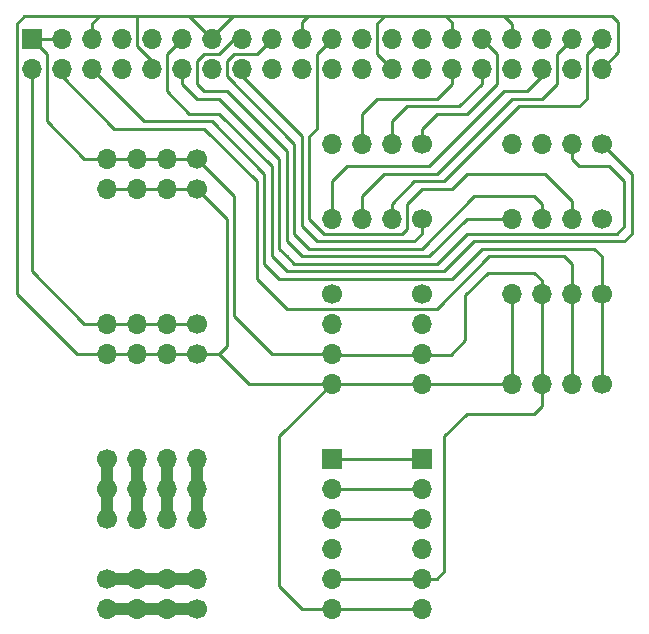
<source format=gbr>
G04 #@! TF.FileFunction,Copper,L2,Bot,Signal*
%FSLAX46Y46*%
G04 Gerber Fmt 4.6, Leading zero omitted, Abs format (unit mm)*
G04 Created by KiCad (PCBNEW 4.0.6-e0-6349~53~ubuntu14.04.1) date Fri Apr 21 18:11:11 2017*
%MOMM*%
%LPD*%
G01*
G04 APERTURE LIST*
%ADD10C,0.100000*%
%ADD11C,1.700000*%
%ADD12O,1.700000X1.700000*%
%ADD13R,1.700000X1.700000*%
%ADD14C,0.250000*%
%ADD15C,1.000000*%
G04 APERTURE END LIST*
D10*
D11*
X113411000Y-81178400D03*
D12*
X110871000Y-81178400D03*
X108331000Y-81178400D03*
X105791000Y-81178400D03*
D13*
X99441000Y-68478400D03*
D12*
X99441000Y-71018400D03*
X101981000Y-68478400D03*
X101981000Y-71018400D03*
X104521000Y-68478400D03*
X104521000Y-71018400D03*
X107061000Y-68478400D03*
X107061000Y-71018400D03*
X109601000Y-68478400D03*
X109601000Y-71018400D03*
X112141000Y-68478400D03*
X112141000Y-71018400D03*
X114681000Y-68478400D03*
X114681000Y-71018400D03*
X117221000Y-68478400D03*
X117221000Y-71018400D03*
X119761000Y-68478400D03*
X119761000Y-71018400D03*
X122301000Y-68478400D03*
X122301000Y-71018400D03*
X124841000Y-68478400D03*
X124841000Y-71018400D03*
X127381000Y-68478400D03*
X127381000Y-71018400D03*
X129921000Y-68478400D03*
X129921000Y-71018400D03*
X132461000Y-68478400D03*
X132461000Y-71018400D03*
X135001000Y-68478400D03*
X135001000Y-71018400D03*
X137541000Y-68478400D03*
X137541000Y-71018400D03*
X140081000Y-68478400D03*
X140081000Y-71018400D03*
X142621000Y-68478400D03*
X142621000Y-71018400D03*
X145161000Y-68478400D03*
X145161000Y-71018400D03*
X147701000Y-68478400D03*
X147701000Y-71018400D03*
D13*
X124841000Y-104038400D03*
D12*
X124841000Y-106578400D03*
X124841000Y-109118400D03*
X124841000Y-111658400D03*
X124841000Y-114198400D03*
X124841000Y-116738400D03*
D13*
X132461000Y-104038400D03*
D12*
X132461000Y-106578400D03*
X132461000Y-109118400D03*
X132461000Y-111658400D03*
X132461000Y-114198400D03*
X132461000Y-116738400D03*
D11*
X105791000Y-104038400D03*
D12*
X108331000Y-104038400D03*
X110871000Y-104038400D03*
X113411000Y-104038400D03*
D11*
X105791000Y-106578400D03*
D12*
X108331000Y-106578400D03*
X110871000Y-106578400D03*
X113411000Y-106578400D03*
D11*
X105791000Y-109118400D03*
D12*
X108331000Y-109118400D03*
X110871000Y-109118400D03*
X113411000Y-109118400D03*
D11*
X105791000Y-114198400D03*
D12*
X108331000Y-114198400D03*
X110871000Y-114198400D03*
X113411000Y-114198400D03*
D11*
X113411000Y-116738400D03*
D12*
X110871000Y-116738400D03*
X108331000Y-116738400D03*
X105791000Y-116738400D03*
D11*
X113411000Y-78638400D03*
D12*
X110871000Y-78638400D03*
X108331000Y-78638400D03*
X105791000Y-78638400D03*
D11*
X113411000Y-92608400D03*
D12*
X110871000Y-92608400D03*
X108331000Y-92608400D03*
X105791000Y-92608400D03*
D11*
X113411000Y-95148400D03*
D12*
X110871000Y-95148400D03*
X108331000Y-95148400D03*
X105791000Y-95148400D03*
D11*
X124841000Y-90068400D03*
D12*
X124841000Y-92608400D03*
X124841000Y-95148400D03*
X124841000Y-97688400D03*
D11*
X132461000Y-77368400D03*
D12*
X129921000Y-77368400D03*
X127381000Y-77368400D03*
X124841000Y-77368400D03*
D11*
X132461000Y-83718400D03*
D12*
X129921000Y-83718400D03*
X127381000Y-83718400D03*
X124841000Y-83718400D03*
D11*
X147701000Y-77368400D03*
D12*
X145161000Y-77368400D03*
X142621000Y-77368400D03*
X140081000Y-77368400D03*
D11*
X147701000Y-83718400D03*
D12*
X145161000Y-83718400D03*
X142621000Y-83718400D03*
X140081000Y-83718400D03*
D11*
X132461000Y-90068400D03*
D12*
X132461000Y-92608400D03*
X132461000Y-95148400D03*
X132461000Y-97688400D03*
D11*
X147701000Y-97688400D03*
D12*
X145161000Y-97688400D03*
X142621000Y-97688400D03*
X140081000Y-97688400D03*
D11*
X147701000Y-90068400D03*
D12*
X145161000Y-90068400D03*
X142621000Y-90068400D03*
X140081000Y-90068400D03*
D14*
X130556000Y-66573400D02*
X129286000Y-66573400D01*
X128651000Y-67208400D02*
X128651000Y-67843400D01*
X129286000Y-66573400D02*
X128651000Y-67208400D01*
X129921000Y-71018400D02*
X129921000Y-70993000D01*
X129921000Y-70993000D02*
X128651000Y-69723000D01*
X128651000Y-69723000D02*
X128651000Y-67843400D01*
X109601000Y-71018400D02*
X109601000Y-70383400D01*
X109601000Y-70383400D02*
X108331000Y-69113400D01*
X108331000Y-66573400D02*
X108966000Y-66573400D01*
X108331000Y-67208400D02*
X108331000Y-66573400D01*
X108331000Y-69113400D02*
X108331000Y-67208400D01*
X124841000Y-116738400D02*
X122301000Y-116738400D01*
X120396000Y-102133400D02*
X124841000Y-97688400D01*
X120396000Y-114833400D02*
X120396000Y-102133400D01*
X122301000Y-116738400D02*
X120396000Y-114833400D01*
X113411000Y-95148400D02*
X115316000Y-95148400D01*
X115316000Y-95148400D02*
X117856000Y-97688400D01*
X124841000Y-97688400D02*
X117856000Y-97688400D01*
X105791000Y-81178400D02*
X113411000Y-81178400D01*
X113411000Y-81178400D02*
X115951000Y-83718400D01*
X115951000Y-94513400D02*
X115316000Y-95148400D01*
X115951000Y-83718400D02*
X115951000Y-94513400D01*
X114681000Y-68478400D02*
X112776000Y-66573400D01*
X112776000Y-66573400D02*
X113411000Y-66573400D01*
X104521000Y-68478400D02*
X104521000Y-67208400D01*
X104521000Y-67208400D02*
X105156000Y-66573400D01*
X105791000Y-95148400D02*
X103251000Y-95148400D01*
X103251000Y-95148400D02*
X98171000Y-90068400D01*
X98171000Y-90068400D02*
X98171000Y-67208400D01*
X98171000Y-67208400D02*
X98806000Y-66573400D01*
X98806000Y-66573400D02*
X105156000Y-66573400D01*
X148336000Y-66573400D02*
X148336000Y-66548000D01*
X113411000Y-66573400D02*
X129921000Y-66573400D01*
X129921000Y-66573400D02*
X130556000Y-66573400D01*
X130556000Y-66573400D02*
X148336000Y-66573400D01*
X105156000Y-66573400D02*
X108966000Y-66573400D01*
X108966000Y-66573400D02*
X113411000Y-66573400D01*
X113411000Y-95148400D02*
X105791000Y-95148400D01*
X132461000Y-97688400D02*
X124841000Y-97688400D01*
X140081000Y-97688400D02*
X132461000Y-97688400D01*
X140081000Y-90068400D02*
X140081000Y-97688400D01*
X132461000Y-116738400D02*
X124841000Y-116738400D01*
X122301000Y-68478400D02*
X122301000Y-67056000D01*
X122301000Y-67056000D02*
X122809000Y-66548000D01*
X104521000Y-68478400D02*
X104521000Y-68326000D01*
X129921000Y-70993000D02*
X128651000Y-69723000D01*
X135001000Y-68478400D02*
X135001000Y-67056000D01*
X135001000Y-67056000D02*
X134620000Y-66675000D01*
X140081000Y-68478400D02*
X140081000Y-67183000D01*
X140081000Y-67183000D02*
X139446000Y-66548000D01*
X114681000Y-68478400D02*
X114681000Y-68326000D01*
X114681000Y-68326000D02*
X116459000Y-66548000D01*
X116459000Y-66548000D02*
X122809000Y-66548000D01*
X149098000Y-69621400D02*
X147701000Y-71018400D01*
X148336000Y-66548000D02*
X148590000Y-66548000D01*
X148590000Y-66548000D02*
X149098000Y-67056000D01*
X149098000Y-67056000D02*
X149098000Y-69621400D01*
X122809000Y-66548000D02*
X139446000Y-66548000D01*
X139446000Y-66548000D02*
X148336000Y-66548000D01*
X104521000Y-68478400D02*
X104521000Y-68072000D01*
X140081000Y-90170000D02*
X140081000Y-97790000D01*
X129921000Y-83718400D02*
X129921000Y-82448400D01*
X146431000Y-69748400D02*
X147701000Y-68478400D01*
X146431000Y-73558400D02*
X146431000Y-69748400D01*
X145796000Y-74193400D02*
X146431000Y-73558400D01*
X140716000Y-74193400D02*
X145796000Y-74193400D01*
X134366000Y-80543400D02*
X140716000Y-74193400D01*
X131826000Y-80543400D02*
X134366000Y-80543400D01*
X129921000Y-82448400D02*
X131826000Y-80543400D01*
X147701000Y-68478400D02*
X147675600Y-68478400D01*
X127381000Y-83718400D02*
X127381000Y-81813400D01*
X143891000Y-69748400D02*
X145161000Y-68478400D01*
X143891000Y-72288400D02*
X143891000Y-69748400D01*
X142621000Y-73558400D02*
X143891000Y-72288400D01*
X140081000Y-73558400D02*
X142621000Y-73558400D01*
X133731000Y-79908400D02*
X140081000Y-73558400D01*
X129286000Y-79908400D02*
X133731000Y-79908400D01*
X128651000Y-80543400D02*
X129286000Y-79908400D01*
X127381000Y-81813400D02*
X128651000Y-80543400D01*
X142621000Y-83718400D02*
X142621000Y-82448400D01*
X118491000Y-69748400D02*
X119761000Y-68478400D01*
X116586000Y-69748400D02*
X118491000Y-69748400D01*
X115951000Y-70383400D02*
X116586000Y-69748400D01*
X115951000Y-71653400D02*
X115951000Y-70383400D01*
X121666000Y-77368400D02*
X115951000Y-71653400D01*
X121666000Y-84988400D02*
X121666000Y-77368400D01*
X122936000Y-86258400D02*
X121666000Y-84988400D01*
X132461000Y-86258400D02*
X122936000Y-86258400D01*
X136906000Y-81813400D02*
X132461000Y-86258400D01*
X141986000Y-81813400D02*
X136906000Y-81813400D01*
X142621000Y-82448400D02*
X141986000Y-81813400D01*
X119761000Y-68478400D02*
X119913400Y-68478400D01*
X119761000Y-68478400D02*
X119761000Y-68580000D01*
X123571000Y-69723000D02*
X123571000Y-76098400D01*
X123571000Y-76098400D02*
X122936000Y-76733400D01*
X122936000Y-76733400D02*
X122936000Y-83718400D01*
X122936000Y-83718400D02*
X124206000Y-84988400D01*
X124206000Y-84988400D02*
X130784600Y-84988400D01*
X130784600Y-84988400D02*
X131191000Y-84582000D01*
X136271000Y-79908400D02*
X142900400Y-79908400D01*
X135001000Y-81178400D02*
X136271000Y-79908400D01*
X132461000Y-81178400D02*
X135001000Y-81178400D01*
X131191000Y-82448400D02*
X132461000Y-81178400D01*
X131191000Y-84582000D02*
X131191000Y-82448400D01*
X131191000Y-82448400D02*
X131191000Y-82448400D01*
X145161000Y-83566000D02*
X145161000Y-82169000D01*
X145161000Y-82169000D02*
X142900400Y-79908400D01*
X124841000Y-68478400D02*
X124815600Y-68478400D01*
X124815600Y-68478400D02*
X123571000Y-69723000D01*
X124815600Y-68478400D02*
X123571000Y-69723000D01*
X145161000Y-83566000D02*
X145161000Y-82804000D01*
X132461000Y-77368400D02*
X132461000Y-76098400D01*
X138811000Y-69748400D02*
X137541000Y-68478400D01*
X138811000Y-72288400D02*
X138811000Y-69748400D01*
X136271000Y-74828400D02*
X138811000Y-72288400D01*
X133731000Y-74828400D02*
X136271000Y-74828400D01*
X132461000Y-76098400D02*
X133731000Y-74828400D01*
X132461000Y-77368400D02*
X132461000Y-76733400D01*
X137541000Y-68478400D02*
X137693400Y-68478400D01*
X149606000Y-85623400D02*
X150241000Y-84988400D01*
X110871000Y-69748400D02*
X110871000Y-72923400D01*
X110871000Y-72923400D02*
X112776000Y-74828400D01*
X112776000Y-74828400D02*
X115316000Y-74828400D01*
X115316000Y-74828400D02*
X119761000Y-79273400D01*
X119761000Y-79273400D02*
X119761000Y-86893400D01*
X119761000Y-86893400D02*
X121031000Y-88163400D01*
X121031000Y-88163400D02*
X134366000Y-88163400D01*
X134366000Y-88163400D02*
X136906000Y-85623400D01*
X136906000Y-85623400D02*
X149606000Y-85623400D01*
X112141000Y-68478400D02*
X110871000Y-69748400D01*
X150241000Y-79908400D02*
X147701000Y-77368400D01*
X150241000Y-84988400D02*
X150241000Y-79908400D01*
X147701000Y-77216000D02*
X147828000Y-77216000D01*
X147701000Y-77216000D02*
X147701000Y-77216000D01*
X117221000Y-68478400D02*
X116586000Y-68478400D01*
X116586000Y-68478400D02*
X115316000Y-69748400D01*
X136271000Y-83718400D02*
X140081000Y-83718400D01*
X133096000Y-86893400D02*
X136271000Y-83718400D01*
X122301000Y-86893400D02*
X133096000Y-86893400D01*
X121031000Y-85623400D02*
X122301000Y-86893400D01*
X121031000Y-78003400D02*
X121031000Y-85623400D01*
X115951000Y-72923400D02*
X121031000Y-78003400D01*
X114046000Y-72923400D02*
X115951000Y-72923400D01*
X113411000Y-72288400D02*
X114046000Y-72923400D01*
X113411000Y-70383400D02*
X113411000Y-72288400D01*
X114046000Y-69748400D02*
X113411000Y-70383400D01*
X115316000Y-69748400D02*
X114046000Y-69748400D01*
X117221000Y-68478400D02*
X117195600Y-68478400D01*
X132461000Y-114198400D02*
X133731000Y-114198400D01*
X142621000Y-99593400D02*
X142621000Y-97688400D01*
X141986000Y-100228400D02*
X142621000Y-99593400D01*
X136271000Y-100228400D02*
X141986000Y-100228400D01*
X134366000Y-102133400D02*
X136271000Y-100228400D01*
X134366000Y-113563400D02*
X134366000Y-102133400D01*
X133731000Y-114198400D02*
X134366000Y-113563400D01*
X124841000Y-95148400D02*
X119761000Y-95148400D01*
X119761000Y-95148400D02*
X116586000Y-91973400D01*
X116586000Y-91973400D02*
X116586000Y-81813400D01*
X116586000Y-81813400D02*
X113411000Y-78638400D01*
X142621000Y-90068400D02*
X142621000Y-97688400D01*
X132461000Y-114198400D02*
X124841000Y-114198400D01*
X105791000Y-78638400D02*
X103886000Y-78638400D01*
X100711000Y-75463400D02*
X100711000Y-69748400D01*
X103886000Y-78638400D02*
X100711000Y-75463400D01*
X100711000Y-69748400D02*
X99441000Y-68478400D01*
X113411000Y-78638400D02*
X110871000Y-78638400D01*
X110871000Y-78638400D02*
X108331000Y-78638400D01*
X108331000Y-78638400D02*
X105791000Y-78638400D01*
X100711000Y-69748400D02*
X99441000Y-68478400D01*
X142621000Y-90170000D02*
X142621000Y-88900000D01*
X134899400Y-95250000D02*
X132461000Y-95250000D01*
X136144000Y-94005400D02*
X134899400Y-95250000D01*
X136144000Y-90195400D02*
X136144000Y-94005400D01*
X138074400Y-88265000D02*
X136144000Y-90195400D01*
X141986000Y-88265000D02*
X138074400Y-88265000D01*
X142621000Y-88900000D02*
X141986000Y-88265000D01*
X101981000Y-68478400D02*
X99441000Y-68478400D01*
X100711000Y-69748400D02*
X99441000Y-68478400D01*
X132461000Y-95250000D02*
X124841000Y-95250000D01*
X142621000Y-90170000D02*
X142621000Y-97790000D01*
X129921000Y-79273400D02*
X133096000Y-79273400D01*
X133096000Y-79273400D02*
X134366000Y-78003400D01*
X142621000Y-71018400D02*
X142621000Y-71653400D01*
X142621000Y-71653400D02*
X141351000Y-72923400D01*
X139446000Y-72923400D02*
X134366000Y-78003400D01*
X141351000Y-72923400D02*
X139446000Y-72923400D01*
X124841000Y-83718400D02*
X124841000Y-80543400D01*
X126111000Y-79273400D02*
X129921000Y-79273400D01*
X124841000Y-80543400D02*
X126111000Y-79273400D01*
X142621000Y-71018400D02*
X142621000Y-71120000D01*
X135001000Y-71018400D02*
X135001000Y-72288400D01*
X133731000Y-73558400D02*
X132461000Y-73558400D01*
X135001000Y-72288400D02*
X133731000Y-73558400D01*
X127381000Y-77368400D02*
X127381000Y-74828400D01*
X128651000Y-73558400D02*
X132461000Y-73558400D01*
X127381000Y-74828400D02*
X128651000Y-73558400D01*
X129921000Y-77368400D02*
X129921000Y-75463400D01*
X137541000Y-72288400D02*
X137541000Y-71018400D01*
X135636000Y-74193400D02*
X137541000Y-72288400D01*
X131191000Y-74193400D02*
X135636000Y-74193400D01*
X129921000Y-75463400D02*
X131191000Y-74193400D01*
X132461000Y-109118400D02*
X124841000Y-109118400D01*
X132461000Y-106578400D02*
X124841000Y-106578400D01*
X132461000Y-104038400D02*
X124841000Y-104038400D01*
X145161000Y-90068400D02*
X145161000Y-87528400D01*
X121031000Y-91338400D02*
X133731000Y-91338400D01*
X118491000Y-88798400D02*
X121031000Y-91338400D01*
X118491000Y-80543400D02*
X118491000Y-88798400D01*
X114046000Y-76098400D02*
X118491000Y-80543400D01*
X106426000Y-76098400D02*
X114046000Y-76098400D01*
X106426000Y-76098400D02*
X101981000Y-71653400D01*
X138176000Y-86893400D02*
X133731000Y-91338400D01*
X144526000Y-86893400D02*
X138176000Y-86893400D01*
X145161000Y-87528400D02*
X144526000Y-86893400D01*
X101981000Y-71018400D02*
X101981000Y-71653400D01*
X145161000Y-90068400D02*
X145161000Y-97688400D01*
X145161000Y-90170000D02*
X145161000Y-97790000D01*
X110871000Y-92608400D02*
X108331000Y-92608400D01*
X110871000Y-92608400D02*
X113411000Y-92608400D01*
X99441000Y-71018400D02*
X99441000Y-88163400D01*
X103886000Y-92608400D02*
X105791000Y-92608400D01*
X99441000Y-88163400D02*
X103886000Y-92608400D01*
X105791000Y-92608400D02*
X108331000Y-92608400D01*
X147701000Y-90068400D02*
X147701000Y-86893400D01*
X108966000Y-75463400D02*
X104521000Y-71018400D01*
X114681000Y-75463400D02*
X108966000Y-75463400D01*
X119126000Y-79908400D02*
X114681000Y-75463400D01*
X119126000Y-87528400D02*
X119126000Y-79908400D01*
X120396000Y-88798400D02*
X119126000Y-87528400D01*
X135001000Y-88798400D02*
X120396000Y-88798400D01*
X137541000Y-86258400D02*
X135001000Y-88798400D01*
X147066000Y-86258400D02*
X137541000Y-86258400D01*
X147701000Y-86893400D02*
X147066000Y-86258400D01*
X147701000Y-90068400D02*
X147701000Y-97688400D01*
X104521000Y-71120000D02*
X104521000Y-71018400D01*
X147701000Y-97790000D02*
X147701000Y-90170000D01*
X132461000Y-83718400D02*
X132461000Y-84988400D01*
X122301000Y-76733400D02*
X117221000Y-71653400D01*
X122301000Y-84353400D02*
X122301000Y-76733400D01*
X123571000Y-85623400D02*
X122301000Y-84353400D01*
X131826000Y-85623400D02*
X123571000Y-85623400D01*
X132461000Y-84988400D02*
X131826000Y-85623400D01*
X117221000Y-71653400D02*
X117221000Y-71247000D01*
X145161000Y-77368400D02*
X145161000Y-78638400D01*
X148971000Y-84988400D02*
X144526000Y-84988400D01*
X149606000Y-84353400D02*
X148971000Y-84988400D01*
X149606000Y-80543400D02*
X149606000Y-84353400D01*
X148336000Y-79273400D02*
X149606000Y-80543400D01*
X145796000Y-79273400D02*
X148336000Y-79273400D01*
X145161000Y-78638400D02*
X145796000Y-79273400D01*
X115316000Y-73558400D02*
X120396000Y-78638400D01*
X120396000Y-78638400D02*
X120396000Y-86258400D01*
X120396000Y-86258400D02*
X121031000Y-86893400D01*
X113411000Y-73558400D02*
X115316000Y-73558400D01*
X112141000Y-72288400D02*
X113411000Y-73558400D01*
X112141000Y-72288400D02*
X112141000Y-71018400D01*
X121666000Y-87528400D02*
X121031000Y-86893400D01*
X133731000Y-87528400D02*
X121666000Y-87528400D01*
X136271000Y-84988400D02*
X133731000Y-87528400D01*
X144526000Y-84988400D02*
X136271000Y-84988400D01*
D15*
X105791000Y-104038400D02*
X105791000Y-109118400D01*
X113411000Y-114198400D02*
X105791000Y-114198400D01*
X113411000Y-116738400D02*
X110871000Y-116738400D01*
X110871000Y-116738400D02*
X108331000Y-116738400D01*
X108331000Y-116738400D02*
X105791000Y-116738400D01*
X108331000Y-104038400D02*
X108331000Y-106578400D01*
X108331000Y-106578400D02*
X108331000Y-109118400D01*
X110871000Y-106578400D02*
X110871000Y-109118400D01*
X110871000Y-104038400D02*
X110871000Y-106578400D01*
X113411000Y-106578400D02*
X113411000Y-109118400D01*
X113411000Y-104038400D02*
X113411000Y-106578400D01*
M02*

</source>
